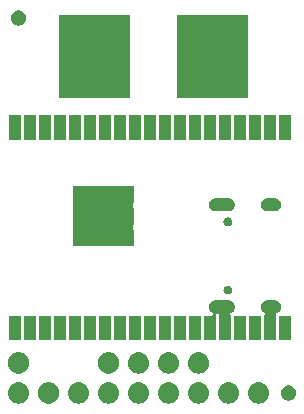
<source format=gbs>
G04 #@! TF.GenerationSoftware,KiCad,Pcbnew,5.0.2+dfsg1-1*
G04 #@! TF.CreationDate,2020-10-18T19:03:35+02:00*
G04 #@! TF.ProjectId,edgedriver,65646765-6472-4697-9665-722e6b696361,rev?*
G04 #@! TF.SameCoordinates,Original*
G04 #@! TF.FileFunction,Soldermask,Bot*
G04 #@! TF.FilePolarity,Negative*
%FSLAX46Y46*%
G04 Gerber Fmt 4.6, Leading zero omitted, Abs format (unit mm)*
G04 Created by KiCad (PCBNEW 5.0.2+dfsg1-1) date Sun 18 Oct 2020 07:03:35 PM CEST*
%MOMM*%
%LPD*%
G01*
G04 APERTURE LIST*
%ADD10C,0.010000*%
%ADD11C,0.100000*%
G04 APERTURE END LIST*
D10*
G04 #@! TO.C,U1*
G36*
X-4925000Y15665000D02*
X-4925000Y14335000D01*
X-3595000Y14335000D01*
X-3595000Y15665000D01*
X-4925000Y15665000D01*
G37*
X-4925000Y15665000D02*
X-4925000Y14335000D01*
X-3595000Y14335000D01*
X-3595000Y15665000D01*
X-4925000Y15665000D01*
G36*
X-4925000Y17500000D02*
X-4925000Y16170000D01*
X-3595000Y16170000D01*
X-3595000Y17500000D01*
X-4925000Y17500000D01*
G37*
X-4925000Y17500000D02*
X-4925000Y16170000D01*
X-3595000Y16170000D01*
X-3595000Y17500000D01*
X-4925000Y17500000D01*
G36*
X-4925000Y13830000D02*
X-4925000Y12500000D01*
X-3595000Y12500000D01*
X-3595000Y13830000D01*
X-4925000Y13830000D01*
G37*
X-4925000Y13830000D02*
X-4925000Y12500000D01*
X-3595000Y12500000D01*
X-3595000Y13830000D01*
X-4925000Y13830000D01*
G36*
X-6760000Y13830000D02*
X-6760000Y12500000D01*
X-5430000Y12500000D01*
X-5430000Y13830000D01*
X-6760000Y13830000D01*
G37*
X-6760000Y13830000D02*
X-6760000Y12500000D01*
X-5430000Y12500000D01*
X-5430000Y13830000D01*
X-6760000Y13830000D01*
G36*
X-6760000Y15665000D02*
X-6760000Y14335000D01*
X-5430000Y14335000D01*
X-5430000Y15665000D01*
X-6760000Y15665000D01*
G37*
X-6760000Y15665000D02*
X-6760000Y14335000D01*
X-5430000Y14335000D01*
X-5430000Y15665000D01*
X-6760000Y15665000D01*
G36*
X-6760000Y17500000D02*
X-6760000Y16170000D01*
X-5430000Y16170000D01*
X-5430000Y17500000D01*
X-6760000Y17500000D01*
G37*
X-6760000Y17500000D02*
X-6760000Y16170000D01*
X-5430000Y16170000D01*
X-5430000Y17500000D01*
X-6760000Y17500000D01*
G36*
X-3090000Y17500000D02*
X-3090000Y16170000D01*
X-1760000Y16170000D01*
X-1760000Y17500000D01*
X-3090000Y17500000D01*
G37*
X-3090000Y17500000D02*
X-3090000Y16170000D01*
X-1760000Y16170000D01*
X-1760000Y17500000D01*
X-3090000Y17500000D01*
G36*
X-3090000Y15665000D02*
X-3090000Y14335000D01*
X-1760000Y14335000D01*
X-1760000Y15665000D01*
X-3090000Y15665000D01*
G37*
X-3090000Y15665000D02*
X-3090000Y14335000D01*
X-1760000Y14335000D01*
X-1760000Y15665000D01*
X-3090000Y15665000D01*
G36*
X-3090000Y13830000D02*
X-3090000Y12500000D01*
X-1760000Y12500000D01*
X-1760000Y13830000D01*
X-3090000Y13830000D01*
G37*
X-3090000Y13830000D02*
X-3090000Y12500000D01*
X-1760000Y12500000D01*
X-1760000Y13830000D01*
X-3090000Y13830000D01*
D11*
G36*
X9000442Y894482D02*
X9066627Y887963D01*
X9179853Y853616D01*
X9236467Y836443D01*
X9375087Y762348D01*
X9392991Y752778D01*
X9428729Y723448D01*
X9530186Y640186D01*
X9613448Y538729D01*
X9642778Y502991D01*
X9642779Y502989D01*
X9726443Y346467D01*
X9726443Y346466D01*
X9777963Y176627D01*
X9795359Y0D01*
X9777963Y-176627D01*
X9774028Y-189598D01*
X9726443Y-346467D01*
X9690156Y-414354D01*
X9642778Y-502991D01*
X9641221Y-504888D01*
X9530186Y-640186D01*
X9457480Y-699853D01*
X9392991Y-752778D01*
X9392989Y-752779D01*
X9236467Y-836443D01*
X9179853Y-853616D01*
X9066627Y-887963D01*
X9000442Y-894482D01*
X8934260Y-901000D01*
X8845740Y-901000D01*
X8779558Y-894482D01*
X8713373Y-887963D01*
X8600147Y-853616D01*
X8543533Y-836443D01*
X8387011Y-752779D01*
X8387009Y-752778D01*
X8322520Y-699853D01*
X8249814Y-640186D01*
X8138779Y-504888D01*
X8137222Y-502991D01*
X8089844Y-414354D01*
X8053557Y-346467D01*
X8005972Y-189598D01*
X8002037Y-176627D01*
X7984641Y0D01*
X8002037Y176627D01*
X8053557Y346466D01*
X8053557Y346467D01*
X8137221Y502989D01*
X8137222Y502991D01*
X8166552Y538729D01*
X8249814Y640186D01*
X8351271Y723448D01*
X8387009Y752778D01*
X8404913Y762348D01*
X8543533Y836443D01*
X8600147Y853616D01*
X8713373Y887963D01*
X8779558Y894482D01*
X8845740Y901000D01*
X8934260Y901000D01*
X9000442Y894482D01*
X9000442Y894482D01*
G37*
G36*
X-11319558Y894482D02*
X-11253373Y887963D01*
X-11140147Y853616D01*
X-11083533Y836443D01*
X-10944913Y762348D01*
X-10927009Y752778D01*
X-10891271Y723448D01*
X-10789814Y640186D01*
X-10706552Y538729D01*
X-10677222Y502991D01*
X-10677221Y502989D01*
X-10593557Y346467D01*
X-10593557Y346466D01*
X-10542037Y176627D01*
X-10524641Y0D01*
X-10542037Y-176627D01*
X-10545972Y-189598D01*
X-10593557Y-346467D01*
X-10629844Y-414354D01*
X-10677222Y-502991D01*
X-10678779Y-504888D01*
X-10789814Y-640186D01*
X-10862520Y-699853D01*
X-10927009Y-752778D01*
X-10927011Y-752779D01*
X-11083533Y-836443D01*
X-11140147Y-853616D01*
X-11253373Y-887963D01*
X-11319558Y-894482D01*
X-11385740Y-901000D01*
X-11474260Y-901000D01*
X-11540442Y-894482D01*
X-11606627Y-887963D01*
X-11719853Y-853616D01*
X-11776467Y-836443D01*
X-11932989Y-752779D01*
X-11932991Y-752778D01*
X-11997480Y-699853D01*
X-12070186Y-640186D01*
X-12181221Y-504888D01*
X-12182778Y-502991D01*
X-12230156Y-414354D01*
X-12266443Y-346467D01*
X-12314028Y-189598D01*
X-12317963Y-176627D01*
X-12335359Y0D01*
X-12317963Y176627D01*
X-12266443Y346466D01*
X-12266443Y346467D01*
X-12182779Y502989D01*
X-12182778Y502991D01*
X-12153448Y538729D01*
X-12070186Y640186D01*
X-11968729Y723448D01*
X-11932991Y752778D01*
X-11915087Y762348D01*
X-11776467Y836443D01*
X-11719853Y853616D01*
X-11606627Y887963D01*
X-11540442Y894482D01*
X-11474260Y901000D01*
X-11385740Y901000D01*
X-11319558Y894482D01*
X-11319558Y894482D01*
G37*
G36*
X-8627188Y866376D02*
X-8463216Y798456D01*
X-8315646Y699853D01*
X-8190147Y574354D01*
X-8091544Y426784D01*
X-8023624Y262812D01*
X-7989000Y88741D01*
X-7989000Y-88741D01*
X-8023624Y-262812D01*
X-8091544Y-426784D01*
X-8190147Y-574354D01*
X-8315646Y-699853D01*
X-8463216Y-798456D01*
X-8627188Y-866376D01*
X-8801259Y-901000D01*
X-8978741Y-901000D01*
X-9152812Y-866376D01*
X-9316784Y-798456D01*
X-9464354Y-699853D01*
X-9589853Y-574354D01*
X-9688456Y-426784D01*
X-9756376Y-262812D01*
X-9791000Y-88741D01*
X-9791000Y88741D01*
X-9756376Y262812D01*
X-9688456Y426784D01*
X-9589853Y574354D01*
X-9464354Y699853D01*
X-9316784Y798456D01*
X-9152812Y866376D01*
X-8978741Y901000D01*
X-8801259Y901000D01*
X-8627188Y866376D01*
X-8627188Y866376D01*
G37*
G36*
X-6239558Y894482D02*
X-6173373Y887963D01*
X-6060147Y853616D01*
X-6003533Y836443D01*
X-5864913Y762348D01*
X-5847009Y752778D01*
X-5811271Y723448D01*
X-5709814Y640186D01*
X-5626552Y538729D01*
X-5597222Y502991D01*
X-5597221Y502989D01*
X-5513557Y346467D01*
X-5513557Y346466D01*
X-5462037Y176627D01*
X-5444641Y0D01*
X-5462037Y-176627D01*
X-5465972Y-189598D01*
X-5513557Y-346467D01*
X-5549844Y-414354D01*
X-5597222Y-502991D01*
X-5598779Y-504888D01*
X-5709814Y-640186D01*
X-5782520Y-699853D01*
X-5847009Y-752778D01*
X-5847011Y-752779D01*
X-6003533Y-836443D01*
X-6060147Y-853616D01*
X-6173373Y-887963D01*
X-6239558Y-894482D01*
X-6305740Y-901000D01*
X-6394260Y-901000D01*
X-6460442Y-894482D01*
X-6526627Y-887963D01*
X-6639853Y-853616D01*
X-6696467Y-836443D01*
X-6852989Y-752779D01*
X-6852991Y-752778D01*
X-6917480Y-699853D01*
X-6990186Y-640186D01*
X-7101221Y-504888D01*
X-7102778Y-502991D01*
X-7150156Y-414354D01*
X-7186443Y-346467D01*
X-7234028Y-189598D01*
X-7237963Y-176627D01*
X-7255359Y0D01*
X-7237963Y176627D01*
X-7186443Y346466D01*
X-7186443Y346467D01*
X-7102779Y502989D01*
X-7102778Y502991D01*
X-7073448Y538729D01*
X-6990186Y640186D01*
X-6888729Y723448D01*
X-6852991Y752778D01*
X-6835087Y762348D01*
X-6696467Y836443D01*
X-6639853Y853616D01*
X-6526627Y887963D01*
X-6460442Y894482D01*
X-6394260Y901000D01*
X-6305740Y901000D01*
X-6239558Y894482D01*
X-6239558Y894482D01*
G37*
G36*
X-3699558Y894482D02*
X-3633373Y887963D01*
X-3520147Y853616D01*
X-3463533Y836443D01*
X-3324913Y762348D01*
X-3307009Y752778D01*
X-3271271Y723448D01*
X-3169814Y640186D01*
X-3086552Y538729D01*
X-3057222Y502991D01*
X-3057221Y502989D01*
X-2973557Y346467D01*
X-2973557Y346466D01*
X-2922037Y176627D01*
X-2904641Y0D01*
X-2922037Y-176627D01*
X-2925972Y-189598D01*
X-2973557Y-346467D01*
X-3009844Y-414354D01*
X-3057222Y-502991D01*
X-3058779Y-504888D01*
X-3169814Y-640186D01*
X-3242520Y-699853D01*
X-3307009Y-752778D01*
X-3307011Y-752779D01*
X-3463533Y-836443D01*
X-3520147Y-853616D01*
X-3633373Y-887963D01*
X-3699558Y-894482D01*
X-3765740Y-901000D01*
X-3854260Y-901000D01*
X-3920442Y-894482D01*
X-3986627Y-887963D01*
X-4099853Y-853616D01*
X-4156467Y-836443D01*
X-4312989Y-752779D01*
X-4312991Y-752778D01*
X-4377480Y-699853D01*
X-4450186Y-640186D01*
X-4561221Y-504888D01*
X-4562778Y-502991D01*
X-4610156Y-414354D01*
X-4646443Y-346467D01*
X-4694028Y-189598D01*
X-4697963Y-176627D01*
X-4715359Y0D01*
X-4697963Y176627D01*
X-4646443Y346466D01*
X-4646443Y346467D01*
X-4562779Y502989D01*
X-4562778Y502991D01*
X-4533448Y538729D01*
X-4450186Y640186D01*
X-4348729Y723448D01*
X-4312991Y752778D01*
X-4295087Y762348D01*
X-4156467Y836443D01*
X-4099853Y853616D01*
X-3986627Y887963D01*
X-3920442Y894482D01*
X-3854260Y901000D01*
X-3765740Y901000D01*
X-3699558Y894482D01*
X-3699558Y894482D01*
G37*
G36*
X-1159558Y894482D02*
X-1093373Y887963D01*
X-980147Y853616D01*
X-923533Y836443D01*
X-784913Y762348D01*
X-767009Y752778D01*
X-731271Y723448D01*
X-629814Y640186D01*
X-546552Y538729D01*
X-517222Y502991D01*
X-517221Y502989D01*
X-433557Y346467D01*
X-433557Y346466D01*
X-382037Y176627D01*
X-364641Y0D01*
X-382037Y-176627D01*
X-385972Y-189598D01*
X-433557Y-346467D01*
X-469844Y-414354D01*
X-517222Y-502991D01*
X-518779Y-504888D01*
X-629814Y-640186D01*
X-702520Y-699853D01*
X-767009Y-752778D01*
X-767011Y-752779D01*
X-923533Y-836443D01*
X-980147Y-853616D01*
X-1093373Y-887963D01*
X-1159558Y-894482D01*
X-1225740Y-901000D01*
X-1314260Y-901000D01*
X-1380442Y-894482D01*
X-1446627Y-887963D01*
X-1559853Y-853616D01*
X-1616467Y-836443D01*
X-1772989Y-752779D01*
X-1772991Y-752778D01*
X-1837480Y-699853D01*
X-1910186Y-640186D01*
X-2021221Y-504888D01*
X-2022778Y-502991D01*
X-2070156Y-414354D01*
X-2106443Y-346467D01*
X-2154028Y-189598D01*
X-2157963Y-176627D01*
X-2175359Y0D01*
X-2157963Y176627D01*
X-2106443Y346466D01*
X-2106443Y346467D01*
X-2022779Y502989D01*
X-2022778Y502991D01*
X-1993448Y538729D01*
X-1910186Y640186D01*
X-1808729Y723448D01*
X-1772991Y752778D01*
X-1755087Y762348D01*
X-1616467Y836443D01*
X-1559853Y853616D01*
X-1446627Y887963D01*
X-1380442Y894482D01*
X-1314260Y901000D01*
X-1225740Y901000D01*
X-1159558Y894482D01*
X-1159558Y894482D01*
G37*
G36*
X1380442Y894482D02*
X1446627Y887963D01*
X1559853Y853616D01*
X1616467Y836443D01*
X1755087Y762348D01*
X1772991Y752778D01*
X1808729Y723448D01*
X1910186Y640186D01*
X1993448Y538729D01*
X2022778Y502991D01*
X2022779Y502989D01*
X2106443Y346467D01*
X2106443Y346466D01*
X2157963Y176627D01*
X2175359Y0D01*
X2157963Y-176627D01*
X2154028Y-189598D01*
X2106443Y-346467D01*
X2070156Y-414354D01*
X2022778Y-502991D01*
X2021221Y-504888D01*
X1910186Y-640186D01*
X1837480Y-699853D01*
X1772991Y-752778D01*
X1772989Y-752779D01*
X1616467Y-836443D01*
X1559853Y-853616D01*
X1446627Y-887963D01*
X1380442Y-894482D01*
X1314260Y-901000D01*
X1225740Y-901000D01*
X1159558Y-894482D01*
X1093373Y-887963D01*
X980147Y-853616D01*
X923533Y-836443D01*
X767011Y-752779D01*
X767009Y-752778D01*
X702520Y-699853D01*
X629814Y-640186D01*
X518779Y-504888D01*
X517222Y-502991D01*
X469844Y-414354D01*
X433557Y-346467D01*
X385972Y-189598D01*
X382037Y-176627D01*
X364641Y0D01*
X382037Y176627D01*
X433557Y346466D01*
X433557Y346467D01*
X517221Y502989D01*
X517222Y502991D01*
X546552Y538729D01*
X629814Y640186D01*
X731271Y723448D01*
X767009Y752778D01*
X784913Y762348D01*
X923533Y836443D01*
X980147Y853616D01*
X1093373Y887963D01*
X1159558Y894482D01*
X1225740Y901000D01*
X1314260Y901000D01*
X1380442Y894482D01*
X1380442Y894482D01*
G37*
G36*
X3920442Y894482D02*
X3986627Y887963D01*
X4099853Y853616D01*
X4156467Y836443D01*
X4295087Y762348D01*
X4312991Y752778D01*
X4348729Y723448D01*
X4450186Y640186D01*
X4533448Y538729D01*
X4562778Y502991D01*
X4562779Y502989D01*
X4646443Y346467D01*
X4646443Y346466D01*
X4697963Y176627D01*
X4715359Y0D01*
X4697963Y-176627D01*
X4694028Y-189598D01*
X4646443Y-346467D01*
X4610156Y-414354D01*
X4562778Y-502991D01*
X4561221Y-504888D01*
X4450186Y-640186D01*
X4377480Y-699853D01*
X4312991Y-752778D01*
X4312989Y-752779D01*
X4156467Y-836443D01*
X4099853Y-853616D01*
X3986627Y-887963D01*
X3920442Y-894482D01*
X3854260Y-901000D01*
X3765740Y-901000D01*
X3699558Y-894482D01*
X3633373Y-887963D01*
X3520147Y-853616D01*
X3463533Y-836443D01*
X3307011Y-752779D01*
X3307009Y-752778D01*
X3242520Y-699853D01*
X3169814Y-640186D01*
X3058779Y-504888D01*
X3057222Y-502991D01*
X3009844Y-414354D01*
X2973557Y-346467D01*
X2925972Y-189598D01*
X2922037Y-176627D01*
X2904641Y0D01*
X2922037Y176627D01*
X2973557Y346466D01*
X2973557Y346467D01*
X3057221Y502989D01*
X3057222Y502991D01*
X3086552Y538729D01*
X3169814Y640186D01*
X3271271Y723448D01*
X3307009Y752778D01*
X3324913Y762348D01*
X3463533Y836443D01*
X3520147Y853616D01*
X3633373Y887963D01*
X3699558Y894482D01*
X3765740Y901000D01*
X3854260Y901000D01*
X3920442Y894482D01*
X3920442Y894482D01*
G37*
G36*
X6460442Y894482D02*
X6526627Y887963D01*
X6639853Y853616D01*
X6696467Y836443D01*
X6835087Y762348D01*
X6852991Y752778D01*
X6888729Y723448D01*
X6990186Y640186D01*
X7073448Y538729D01*
X7102778Y502991D01*
X7102779Y502989D01*
X7186443Y346467D01*
X7186443Y346466D01*
X7237963Y176627D01*
X7255359Y0D01*
X7237963Y-176627D01*
X7234028Y-189598D01*
X7186443Y-346467D01*
X7150156Y-414354D01*
X7102778Y-502991D01*
X7101221Y-504888D01*
X6990186Y-640186D01*
X6917480Y-699853D01*
X6852991Y-752778D01*
X6852989Y-752779D01*
X6696467Y-836443D01*
X6639853Y-853616D01*
X6526627Y-887963D01*
X6460442Y-894482D01*
X6394260Y-901000D01*
X6305740Y-901000D01*
X6239558Y-894482D01*
X6173373Y-887963D01*
X6060147Y-853616D01*
X6003533Y-836443D01*
X5847011Y-752779D01*
X5847009Y-752778D01*
X5782520Y-699853D01*
X5709814Y-640186D01*
X5598779Y-504888D01*
X5597222Y-502991D01*
X5549844Y-414354D01*
X5513557Y-346467D01*
X5465972Y-189598D01*
X5462037Y-176627D01*
X5444641Y0D01*
X5462037Y176627D01*
X5513557Y346466D01*
X5513557Y346467D01*
X5597221Y502989D01*
X5597222Y502991D01*
X5626552Y538729D01*
X5709814Y640186D01*
X5811271Y723448D01*
X5847009Y752778D01*
X5864913Y762348D01*
X6003533Y836443D01*
X6060147Y853616D01*
X6173373Y887963D01*
X6239558Y894482D01*
X6305740Y901000D01*
X6394260Y901000D01*
X6460442Y894482D01*
X6460442Y894482D01*
G37*
G36*
X11577738Y633347D02*
X11619598Y625021D01*
X11654245Y610670D01*
X11737890Y576023D01*
X11844354Y504886D01*
X11934886Y414354D01*
X12006023Y307890D01*
X12055021Y189597D01*
X12080000Y64021D01*
X12080000Y-64021D01*
X12055021Y-189597D01*
X12006023Y-307890D01*
X11934886Y-414354D01*
X11844354Y-504886D01*
X11737890Y-576023D01*
X11654245Y-610670D01*
X11619598Y-625021D01*
X11577738Y-633347D01*
X11494021Y-650000D01*
X11365979Y-650000D01*
X11282262Y-633347D01*
X11240402Y-625021D01*
X11205755Y-610670D01*
X11122110Y-576023D01*
X11015646Y-504886D01*
X10925114Y-414354D01*
X10853977Y-307890D01*
X10804979Y-189597D01*
X10780000Y-64021D01*
X10780000Y64021D01*
X10804979Y189597D01*
X10853977Y307890D01*
X10925114Y414354D01*
X11015646Y504886D01*
X11122110Y576023D01*
X11205755Y610670D01*
X11240402Y625021D01*
X11282262Y633347D01*
X11365979Y650000D01*
X11494021Y650000D01*
X11577738Y633347D01*
X11577738Y633347D01*
G37*
G36*
X-3547188Y3406376D02*
X-3383216Y3338456D01*
X-3235646Y3239853D01*
X-3110147Y3114354D01*
X-3011544Y2966784D01*
X-2943624Y2802812D01*
X-2909000Y2628741D01*
X-2909000Y2451259D01*
X-2943624Y2277188D01*
X-3011544Y2113216D01*
X-3110147Y1965646D01*
X-3235646Y1840147D01*
X-3383216Y1741544D01*
X-3547188Y1673624D01*
X-3721259Y1639000D01*
X-3898741Y1639000D01*
X-4072812Y1673624D01*
X-4236784Y1741544D01*
X-4384354Y1840147D01*
X-4509853Y1965646D01*
X-4608456Y2113216D01*
X-4676376Y2277188D01*
X-4711000Y2451259D01*
X-4711000Y2628741D01*
X-4676376Y2802812D01*
X-4608456Y2966784D01*
X-4509853Y3114354D01*
X-4384354Y3239853D01*
X-4236784Y3338456D01*
X-4072812Y3406376D01*
X-3898741Y3441000D01*
X-3721259Y3441000D01*
X-3547188Y3406376D01*
X-3547188Y3406376D01*
G37*
G36*
X3920443Y3434481D02*
X3986627Y3427963D01*
X4099853Y3393616D01*
X4156467Y3376443D01*
X4295087Y3302348D01*
X4312991Y3292778D01*
X4348729Y3263448D01*
X4450186Y3180186D01*
X4533448Y3078729D01*
X4562778Y3042991D01*
X4562779Y3042989D01*
X4646443Y2886467D01*
X4646443Y2886466D01*
X4697963Y2716627D01*
X4715359Y2540000D01*
X4697963Y2363373D01*
X4671819Y2277188D01*
X4646443Y2193533D01*
X4603513Y2113218D01*
X4562778Y2037009D01*
X4533448Y2001271D01*
X4450186Y1899814D01*
X4377480Y1840147D01*
X4312991Y1787222D01*
X4312989Y1787221D01*
X4156467Y1703557D01*
X4099853Y1686384D01*
X3986627Y1652037D01*
X3920443Y1645519D01*
X3854260Y1639000D01*
X3765740Y1639000D01*
X3699557Y1645519D01*
X3633373Y1652037D01*
X3520147Y1686384D01*
X3463533Y1703557D01*
X3307011Y1787221D01*
X3307009Y1787222D01*
X3242520Y1840147D01*
X3169814Y1899814D01*
X3086552Y2001271D01*
X3057222Y2037009D01*
X3016487Y2113218D01*
X2973557Y2193533D01*
X2948181Y2277188D01*
X2922037Y2363373D01*
X2904641Y2540000D01*
X2922037Y2716627D01*
X2973557Y2886466D01*
X2973557Y2886467D01*
X3057221Y3042989D01*
X3057222Y3042991D01*
X3086552Y3078729D01*
X3169814Y3180186D01*
X3271271Y3263448D01*
X3307009Y3292778D01*
X3324913Y3302348D01*
X3463533Y3376443D01*
X3520147Y3393616D01*
X3633373Y3427963D01*
X3699557Y3434481D01*
X3765740Y3441000D01*
X3854260Y3441000D01*
X3920443Y3434481D01*
X3920443Y3434481D01*
G37*
G36*
X1380443Y3434481D02*
X1446627Y3427963D01*
X1559853Y3393616D01*
X1616467Y3376443D01*
X1755087Y3302348D01*
X1772991Y3292778D01*
X1808729Y3263448D01*
X1910186Y3180186D01*
X1993448Y3078729D01*
X2022778Y3042991D01*
X2022779Y3042989D01*
X2106443Y2886467D01*
X2106443Y2886466D01*
X2157963Y2716627D01*
X2175359Y2540000D01*
X2157963Y2363373D01*
X2131819Y2277188D01*
X2106443Y2193533D01*
X2063513Y2113218D01*
X2022778Y2037009D01*
X1993448Y2001271D01*
X1910186Y1899814D01*
X1837480Y1840147D01*
X1772991Y1787222D01*
X1772989Y1787221D01*
X1616467Y1703557D01*
X1559853Y1686384D01*
X1446627Y1652037D01*
X1380443Y1645519D01*
X1314260Y1639000D01*
X1225740Y1639000D01*
X1159557Y1645519D01*
X1093373Y1652037D01*
X980147Y1686384D01*
X923533Y1703557D01*
X767011Y1787221D01*
X767009Y1787222D01*
X702520Y1840147D01*
X629814Y1899814D01*
X546552Y2001271D01*
X517222Y2037009D01*
X476487Y2113218D01*
X433557Y2193533D01*
X408181Y2277188D01*
X382037Y2363373D01*
X364641Y2540000D01*
X382037Y2716627D01*
X433557Y2886466D01*
X433557Y2886467D01*
X517221Y3042989D01*
X517222Y3042991D01*
X546552Y3078729D01*
X629814Y3180186D01*
X731271Y3263448D01*
X767009Y3292778D01*
X784913Y3302348D01*
X923533Y3376443D01*
X980147Y3393616D01*
X1093373Y3427963D01*
X1159557Y3434481D01*
X1225740Y3441000D01*
X1314260Y3441000D01*
X1380443Y3434481D01*
X1380443Y3434481D01*
G37*
G36*
X-11167188Y3406376D02*
X-11003216Y3338456D01*
X-10855646Y3239853D01*
X-10730147Y3114354D01*
X-10631544Y2966784D01*
X-10563624Y2802812D01*
X-10529000Y2628741D01*
X-10529000Y2451259D01*
X-10563624Y2277188D01*
X-10631544Y2113216D01*
X-10730147Y1965646D01*
X-10855646Y1840147D01*
X-11003216Y1741544D01*
X-11167188Y1673624D01*
X-11341259Y1639000D01*
X-11518741Y1639000D01*
X-11692812Y1673624D01*
X-11856784Y1741544D01*
X-12004354Y1840147D01*
X-12129853Y1965646D01*
X-12228456Y2113216D01*
X-12296376Y2277188D01*
X-12331000Y2451259D01*
X-12331000Y2628741D01*
X-12296376Y2802812D01*
X-12228456Y2966784D01*
X-12129853Y3114354D01*
X-12004354Y3239853D01*
X-11856784Y3338456D01*
X-11692812Y3406376D01*
X-11518741Y3441000D01*
X-11341259Y3441000D01*
X-11167188Y3406376D01*
X-11167188Y3406376D01*
G37*
G36*
X-1159557Y3434481D02*
X-1093373Y3427963D01*
X-980147Y3393616D01*
X-923533Y3376443D01*
X-784913Y3302348D01*
X-767009Y3292778D01*
X-731271Y3263448D01*
X-629814Y3180186D01*
X-546552Y3078729D01*
X-517222Y3042991D01*
X-517221Y3042989D01*
X-433557Y2886467D01*
X-433557Y2886466D01*
X-382037Y2716627D01*
X-364641Y2540000D01*
X-382037Y2363373D01*
X-408181Y2277188D01*
X-433557Y2193533D01*
X-476487Y2113218D01*
X-517222Y2037009D01*
X-546552Y2001271D01*
X-629814Y1899814D01*
X-702520Y1840147D01*
X-767009Y1787222D01*
X-767011Y1787221D01*
X-923533Y1703557D01*
X-980147Y1686384D01*
X-1093373Y1652037D01*
X-1159557Y1645519D01*
X-1225740Y1639000D01*
X-1314260Y1639000D01*
X-1380443Y1645519D01*
X-1446627Y1652037D01*
X-1559853Y1686384D01*
X-1616467Y1703557D01*
X-1772989Y1787221D01*
X-1772991Y1787222D01*
X-1837480Y1840147D01*
X-1910186Y1899814D01*
X-1993448Y2001271D01*
X-2022778Y2037009D01*
X-2063513Y2113218D01*
X-2106443Y2193533D01*
X-2131819Y2277188D01*
X-2157963Y2363373D01*
X-2175359Y2540000D01*
X-2157963Y2716627D01*
X-2106443Y2886466D01*
X-2106443Y2886467D01*
X-2022779Y3042989D01*
X-2022778Y3042991D01*
X-1993448Y3078729D01*
X-1910186Y3180186D01*
X-1808729Y3263448D01*
X-1772991Y3292778D01*
X-1755087Y3302348D01*
X-1616467Y3376443D01*
X-1559853Y3393616D01*
X-1446627Y3427963D01*
X-1380443Y3434481D01*
X-1314260Y3441000D01*
X-1225740Y3441000D01*
X-1159557Y3434481D01*
X-1159557Y3434481D01*
G37*
G36*
X7791000Y4449000D02*
X6789000Y4449000D01*
X6789000Y6551000D01*
X7791000Y6551000D01*
X7791000Y4449000D01*
X7791000Y4449000D01*
G37*
G36*
X11601000Y4449000D02*
X10599000Y4449000D01*
X10599000Y6551000D01*
X11601000Y6551000D01*
X11601000Y4449000D01*
X11601000Y4449000D01*
G37*
G36*
X10358015Y7823027D02*
X10461879Y7791521D01*
X10557600Y7740356D01*
X10641501Y7671501D01*
X10710356Y7587600D01*
X10761521Y7491879D01*
X10793027Y7388015D01*
X10803666Y7280000D01*
X10793027Y7171985D01*
X10761521Y7068121D01*
X10710356Y6972400D01*
X10641501Y6888499D01*
X10557600Y6819644D01*
X10495098Y6786235D01*
X10474730Y6772626D01*
X10467702Y6765598D01*
X10437720Y6761151D01*
X10419710Y6755687D01*
X10397077Y6746313D01*
X10376702Y6732699D01*
X10359375Y6715372D01*
X10345761Y6694998D01*
X10336383Y6672359D01*
X10331602Y6648326D01*
X10331000Y6636072D01*
X10331000Y4449000D01*
X9329000Y4449000D01*
X9329000Y6551000D01*
X9345970Y6551000D01*
X9370356Y6553402D01*
X9393805Y6560515D01*
X9415416Y6572066D01*
X9434358Y6587612D01*
X9449904Y6606554D01*
X9461455Y6628165D01*
X9468568Y6651614D01*
X9470970Y6676000D01*
X9468568Y6700386D01*
X9461455Y6723835D01*
X9449904Y6745446D01*
X9434358Y6764388D01*
X9404900Y6786237D01*
X9342400Y6819644D01*
X9258499Y6888499D01*
X9189644Y6972400D01*
X9138479Y7068121D01*
X9106973Y7171985D01*
X9096334Y7280000D01*
X9106973Y7388015D01*
X9138479Y7491879D01*
X9189644Y7587600D01*
X9258499Y7671501D01*
X9342400Y7740356D01*
X9438121Y7791521D01*
X9541985Y7823027D01*
X9622933Y7831000D01*
X10277067Y7831000D01*
X10358015Y7823027D01*
X10358015Y7823027D01*
G37*
G36*
X9061000Y4449000D02*
X8059000Y4449000D01*
X8059000Y6551000D01*
X9061000Y6551000D01*
X9061000Y4449000D01*
X9061000Y4449000D01*
G37*
G36*
X6428015Y7823027D02*
X6531879Y7791521D01*
X6627600Y7740356D01*
X6711501Y7671501D01*
X6780356Y7587600D01*
X6831521Y7491879D01*
X6863027Y7388015D01*
X6873666Y7280000D01*
X6863027Y7171985D01*
X6831521Y7068121D01*
X6780356Y6972400D01*
X6711501Y6888499D01*
X6627600Y6819644D01*
X6565098Y6786235D01*
X6544730Y6772626D01*
X6527403Y6755299D01*
X6513790Y6734924D01*
X6504412Y6712285D01*
X6499632Y6688251D01*
X6499632Y6663747D01*
X6504413Y6639714D01*
X6513790Y6617075D01*
X6521000Y6606284D01*
X6521000Y4449000D01*
X5519000Y4449000D01*
X5519000Y6604000D01*
X5516598Y6628386D01*
X5509485Y6651835D01*
X5497934Y6673446D01*
X5482388Y6692388D01*
X5463446Y6707934D01*
X5441835Y6719485D01*
X5418386Y6726598D01*
X5394000Y6729000D01*
X5376000Y6729000D01*
X5351614Y6726598D01*
X5328165Y6719485D01*
X5306554Y6707934D01*
X5287612Y6692388D01*
X5272066Y6673446D01*
X5260515Y6651835D01*
X5253402Y6628386D01*
X5251000Y6604000D01*
X5251000Y4449000D01*
X4249000Y4449000D01*
X4249000Y6551000D01*
X4915970Y6551000D01*
X4940356Y6553402D01*
X4963805Y6560515D01*
X4985416Y6572066D01*
X5004358Y6587612D01*
X5019904Y6606554D01*
X5031455Y6628165D01*
X5038568Y6651614D01*
X5040970Y6676000D01*
X5038568Y6700386D01*
X5031455Y6723835D01*
X5019904Y6745446D01*
X5004358Y6764388D01*
X4974900Y6786237D01*
X4912400Y6819644D01*
X4828499Y6888499D01*
X4759644Y6972400D01*
X4708479Y7068121D01*
X4676973Y7171985D01*
X4666334Y7280000D01*
X4676973Y7388015D01*
X4708479Y7491879D01*
X4759644Y7587600D01*
X4828499Y7671501D01*
X4912400Y7740356D01*
X5008121Y7791521D01*
X5111985Y7823027D01*
X5192933Y7831000D01*
X6347067Y7831000D01*
X6428015Y7823027D01*
X6428015Y7823027D01*
G37*
G36*
X3981000Y4449000D02*
X2979000Y4449000D01*
X2979000Y6551000D01*
X3981000Y6551000D01*
X3981000Y4449000D01*
X3981000Y4449000D01*
G37*
G36*
X2711000Y4449000D02*
X1709000Y4449000D01*
X1709000Y6551000D01*
X2711000Y6551000D01*
X2711000Y4449000D01*
X2711000Y4449000D01*
G37*
G36*
X1441000Y4449000D02*
X439000Y4449000D01*
X439000Y6551000D01*
X1441000Y6551000D01*
X1441000Y4449000D01*
X1441000Y4449000D01*
G37*
G36*
X-2369000Y4449000D02*
X-3371000Y4449000D01*
X-3371000Y6551000D01*
X-2369000Y6551000D01*
X-2369000Y4449000D01*
X-2369000Y4449000D01*
G37*
G36*
X-3639000Y4449000D02*
X-4641000Y4449000D01*
X-4641000Y6551000D01*
X-3639000Y6551000D01*
X-3639000Y4449000D01*
X-3639000Y4449000D01*
G37*
G36*
X-4909000Y4449000D02*
X-5911000Y4449000D01*
X-5911000Y6551000D01*
X-4909000Y6551000D01*
X-4909000Y4449000D01*
X-4909000Y4449000D01*
G37*
G36*
X-6179000Y4449000D02*
X-7181000Y4449000D01*
X-7181000Y6551000D01*
X-6179000Y6551000D01*
X-6179000Y4449000D01*
X-6179000Y4449000D01*
G37*
G36*
X-7449000Y4449000D02*
X-8451000Y4449000D01*
X-8451000Y6551000D01*
X-7449000Y6551000D01*
X-7449000Y4449000D01*
X-7449000Y4449000D01*
G37*
G36*
X-8719000Y4449000D02*
X-9721000Y4449000D01*
X-9721000Y6551000D01*
X-8719000Y6551000D01*
X-8719000Y4449000D01*
X-8719000Y4449000D01*
G37*
G36*
X-9989000Y4449000D02*
X-10991000Y4449000D01*
X-10991000Y6551000D01*
X-9989000Y6551000D01*
X-9989000Y4449000D01*
X-9989000Y4449000D01*
G37*
G36*
X-11259000Y4449000D02*
X-12261000Y4449000D01*
X-12261000Y6551000D01*
X-11259000Y6551000D01*
X-11259000Y4449000D01*
X-11259000Y4449000D01*
G37*
G36*
X-1099000Y4449000D02*
X-2101000Y4449000D01*
X-2101000Y6551000D01*
X-1099000Y6551000D01*
X-1099000Y4449000D01*
X-1099000Y4449000D01*
G37*
G36*
X171000Y4449000D02*
X-831000Y4449000D01*
X-831000Y6551000D01*
X171000Y6551000D01*
X171000Y4449000D01*
X171000Y4449000D01*
G37*
G36*
X6409672Y9071551D02*
X6409674Y9071550D01*
X6409675Y9071550D01*
X6478103Y9043207D01*
X6539409Y9002243D01*
X6539689Y9002056D01*
X6592056Y8949689D01*
X6592058Y8949686D01*
X6633207Y8888103D01*
X6661550Y8819675D01*
X6676000Y8747033D01*
X6676000Y8672967D01*
X6661550Y8600325D01*
X6633207Y8531897D01*
X6592243Y8470591D01*
X6592056Y8470311D01*
X6539689Y8417944D01*
X6539686Y8417942D01*
X6478103Y8376793D01*
X6409675Y8348450D01*
X6409674Y8348450D01*
X6409672Y8348449D01*
X6337034Y8334000D01*
X6262966Y8334000D01*
X6190328Y8348449D01*
X6190326Y8348450D01*
X6190325Y8348450D01*
X6121897Y8376793D01*
X6060314Y8417942D01*
X6060311Y8417944D01*
X6007944Y8470311D01*
X6007757Y8470591D01*
X5966793Y8531897D01*
X5938450Y8600325D01*
X5924000Y8672967D01*
X5924000Y8747033D01*
X5938450Y8819675D01*
X5966793Y8888103D01*
X6007942Y8949686D01*
X6007944Y8949689D01*
X6060311Y9002056D01*
X6060591Y9002243D01*
X6121897Y9043207D01*
X6190325Y9071550D01*
X6190326Y9071550D01*
X6190328Y9071551D01*
X6262966Y9086000D01*
X6337034Y9086000D01*
X6409672Y9071551D01*
X6409672Y9071551D01*
G37*
G36*
X-1709000Y12449000D02*
X-6811000Y12449000D01*
X-6811000Y17551000D01*
X-1709000Y17551000D01*
X-1709000Y12449000D01*
X-1709000Y12449000D01*
G37*
G36*
X6409672Y14851551D02*
X6409674Y14851550D01*
X6409675Y14851550D01*
X6478103Y14823207D01*
X6539409Y14782243D01*
X6539689Y14782056D01*
X6592056Y14729689D01*
X6592058Y14729686D01*
X6633207Y14668103D01*
X6661550Y14599675D01*
X6676000Y14527033D01*
X6676000Y14452967D01*
X6661550Y14380325D01*
X6633207Y14311897D01*
X6592243Y14250591D01*
X6592056Y14250311D01*
X6539689Y14197944D01*
X6539686Y14197942D01*
X6478103Y14156793D01*
X6409675Y14128450D01*
X6409674Y14128450D01*
X6409672Y14128449D01*
X6337034Y14114000D01*
X6262966Y14114000D01*
X6190328Y14128449D01*
X6190326Y14128450D01*
X6190325Y14128450D01*
X6121897Y14156793D01*
X6060314Y14197942D01*
X6060311Y14197944D01*
X6007944Y14250311D01*
X6007757Y14250591D01*
X5966793Y14311897D01*
X5938450Y14380325D01*
X5924000Y14452967D01*
X5924000Y14527033D01*
X5938450Y14599675D01*
X5966793Y14668103D01*
X6007942Y14729686D01*
X6007944Y14729689D01*
X6060311Y14782056D01*
X6060591Y14782243D01*
X6121897Y14823207D01*
X6190325Y14851550D01*
X6190326Y14851550D01*
X6190328Y14851551D01*
X6262966Y14866000D01*
X6337034Y14866000D01*
X6409672Y14851551D01*
X6409672Y14851551D01*
G37*
G36*
X10358015Y16463027D02*
X10461879Y16431521D01*
X10557600Y16380356D01*
X10641501Y16311501D01*
X10710356Y16227600D01*
X10761521Y16131879D01*
X10793027Y16028015D01*
X10803666Y15920000D01*
X10793027Y15811985D01*
X10761521Y15708121D01*
X10710356Y15612400D01*
X10641501Y15528499D01*
X10557600Y15459644D01*
X10461879Y15408479D01*
X10358015Y15376973D01*
X10277067Y15369000D01*
X9622933Y15369000D01*
X9541985Y15376973D01*
X9438121Y15408479D01*
X9342400Y15459644D01*
X9258499Y15528499D01*
X9189644Y15612400D01*
X9138479Y15708121D01*
X9106973Y15811985D01*
X9096334Y15920000D01*
X9106973Y16028015D01*
X9138479Y16131879D01*
X9189644Y16227600D01*
X9258499Y16311501D01*
X9342400Y16380356D01*
X9438121Y16431521D01*
X9541985Y16463027D01*
X9622933Y16471000D01*
X10277067Y16471000D01*
X10358015Y16463027D01*
X10358015Y16463027D01*
G37*
G36*
X6428015Y16463027D02*
X6531879Y16431521D01*
X6627600Y16380356D01*
X6711501Y16311501D01*
X6780356Y16227600D01*
X6831521Y16131879D01*
X6863027Y16028015D01*
X6873666Y15920000D01*
X6863027Y15811985D01*
X6831521Y15708121D01*
X6780356Y15612400D01*
X6711501Y15528499D01*
X6627600Y15459644D01*
X6531879Y15408479D01*
X6428015Y15376973D01*
X6347067Y15369000D01*
X5192933Y15369000D01*
X5111985Y15376973D01*
X5008121Y15408479D01*
X4912400Y15459644D01*
X4828499Y15528499D01*
X4759644Y15612400D01*
X4708479Y15708121D01*
X4676973Y15811985D01*
X4666334Y15920000D01*
X4676973Y16028015D01*
X4708479Y16131879D01*
X4759644Y16227600D01*
X4828499Y16311501D01*
X4912400Y16380356D01*
X5008121Y16431521D01*
X5111985Y16463027D01*
X5192933Y16471000D01*
X6347067Y16471000D01*
X6428015Y16463027D01*
X6428015Y16463027D01*
G37*
G36*
X11601000Y21449000D02*
X10599000Y21449000D01*
X10599000Y23551000D01*
X11601000Y23551000D01*
X11601000Y21449000D01*
X11601000Y21449000D01*
G37*
G36*
X9061000Y21449000D02*
X8059000Y21449000D01*
X8059000Y23551000D01*
X9061000Y23551000D01*
X9061000Y21449000D01*
X9061000Y21449000D01*
G37*
G36*
X7791000Y21449000D02*
X6789000Y21449000D01*
X6789000Y23551000D01*
X7791000Y23551000D01*
X7791000Y21449000D01*
X7791000Y21449000D01*
G37*
G36*
X-8719000Y21449000D02*
X-9721000Y21449000D01*
X-9721000Y23551000D01*
X-8719000Y23551000D01*
X-8719000Y21449000D01*
X-8719000Y21449000D01*
G37*
G36*
X6521000Y21449000D02*
X5519000Y21449000D01*
X5519000Y23551000D01*
X6521000Y23551000D01*
X6521000Y21449000D01*
X6521000Y21449000D01*
G37*
G36*
X5251000Y21449000D02*
X4249000Y21449000D01*
X4249000Y23551000D01*
X5251000Y23551000D01*
X5251000Y21449000D01*
X5251000Y21449000D01*
G37*
G36*
X3981000Y21449000D02*
X2979000Y21449000D01*
X2979000Y23551000D01*
X3981000Y23551000D01*
X3981000Y21449000D01*
X3981000Y21449000D01*
G37*
G36*
X2711000Y21449000D02*
X1709000Y21449000D01*
X1709000Y23551000D01*
X2711000Y23551000D01*
X2711000Y21449000D01*
X2711000Y21449000D01*
G37*
G36*
X1441000Y21449000D02*
X439000Y21449000D01*
X439000Y23551000D01*
X1441000Y23551000D01*
X1441000Y21449000D01*
X1441000Y21449000D01*
G37*
G36*
X10331000Y21449000D02*
X9329000Y21449000D01*
X9329000Y23551000D01*
X10331000Y23551000D01*
X10331000Y21449000D01*
X10331000Y21449000D01*
G37*
G36*
X-1099000Y21449000D02*
X-2101000Y21449000D01*
X-2101000Y23551000D01*
X-1099000Y23551000D01*
X-1099000Y21449000D01*
X-1099000Y21449000D01*
G37*
G36*
X-2369000Y21449000D02*
X-3371000Y21449000D01*
X-3371000Y23551000D01*
X-2369000Y23551000D01*
X-2369000Y21449000D01*
X-2369000Y21449000D01*
G37*
G36*
X-3639000Y21449000D02*
X-4641000Y21449000D01*
X-4641000Y23551000D01*
X-3639000Y23551000D01*
X-3639000Y21449000D01*
X-3639000Y21449000D01*
G37*
G36*
X-4909000Y21449000D02*
X-5911000Y21449000D01*
X-5911000Y23551000D01*
X-4909000Y23551000D01*
X-4909000Y21449000D01*
X-4909000Y21449000D01*
G37*
G36*
X-6179000Y21449000D02*
X-7181000Y21449000D01*
X-7181000Y23551000D01*
X-6179000Y23551000D01*
X-6179000Y21449000D01*
X-6179000Y21449000D01*
G37*
G36*
X-7449000Y21449000D02*
X-8451000Y21449000D01*
X-8451000Y23551000D01*
X-7449000Y23551000D01*
X-7449000Y21449000D01*
X-7449000Y21449000D01*
G37*
G36*
X-11259000Y21449000D02*
X-12261000Y21449000D01*
X-12261000Y23551000D01*
X-11259000Y23551000D01*
X-11259000Y21449000D01*
X-11259000Y21449000D01*
G37*
G36*
X171000Y21449000D02*
X-831000Y21449000D01*
X-831000Y23551000D01*
X171000Y23551000D01*
X171000Y21449000D01*
X171000Y21449000D01*
G37*
G36*
X-9989000Y21449000D02*
X-10991000Y21449000D01*
X-10991000Y23551000D01*
X-9989000Y23551000D01*
X-9989000Y21449000D01*
X-9989000Y21449000D01*
G37*
G36*
X8000000Y25000000D02*
X2000000Y25000000D01*
X2000000Y32000000D01*
X8000000Y32000000D01*
X8000000Y25000000D01*
X8000000Y25000000D01*
G37*
G36*
X-2000000Y25000000D02*
X-8000000Y25000000D01*
X-8000000Y32000000D01*
X-2000000Y32000000D01*
X-2000000Y25000000D01*
X-2000000Y25000000D01*
G37*
G36*
X-11282262Y32383347D02*
X-11240402Y32375021D01*
X-11205755Y32360670D01*
X-11122110Y32326023D01*
X-11015646Y32254886D01*
X-10925114Y32164354D01*
X-10853977Y32057890D01*
X-10804979Y31939597D01*
X-10780000Y31814021D01*
X-10780000Y31685979D01*
X-10804979Y31560403D01*
X-10853977Y31442110D01*
X-10925114Y31335646D01*
X-11015646Y31245114D01*
X-11122110Y31173977D01*
X-11205755Y31139330D01*
X-11240402Y31124979D01*
X-11282262Y31116653D01*
X-11365979Y31100000D01*
X-11494021Y31100000D01*
X-11577738Y31116653D01*
X-11619598Y31124979D01*
X-11654245Y31139330D01*
X-11737890Y31173977D01*
X-11844354Y31245114D01*
X-11934886Y31335646D01*
X-12006023Y31442110D01*
X-12055021Y31560403D01*
X-12080000Y31685979D01*
X-12080000Y31814021D01*
X-12055021Y31939597D01*
X-12006023Y32057890D01*
X-11934886Y32164354D01*
X-11844354Y32254886D01*
X-11737890Y32326023D01*
X-11654245Y32360670D01*
X-11619598Y32375021D01*
X-11577738Y32383347D01*
X-11494021Y32400000D01*
X-11365979Y32400000D01*
X-11282262Y32383347D01*
X-11282262Y32383347D01*
G37*
M02*

</source>
